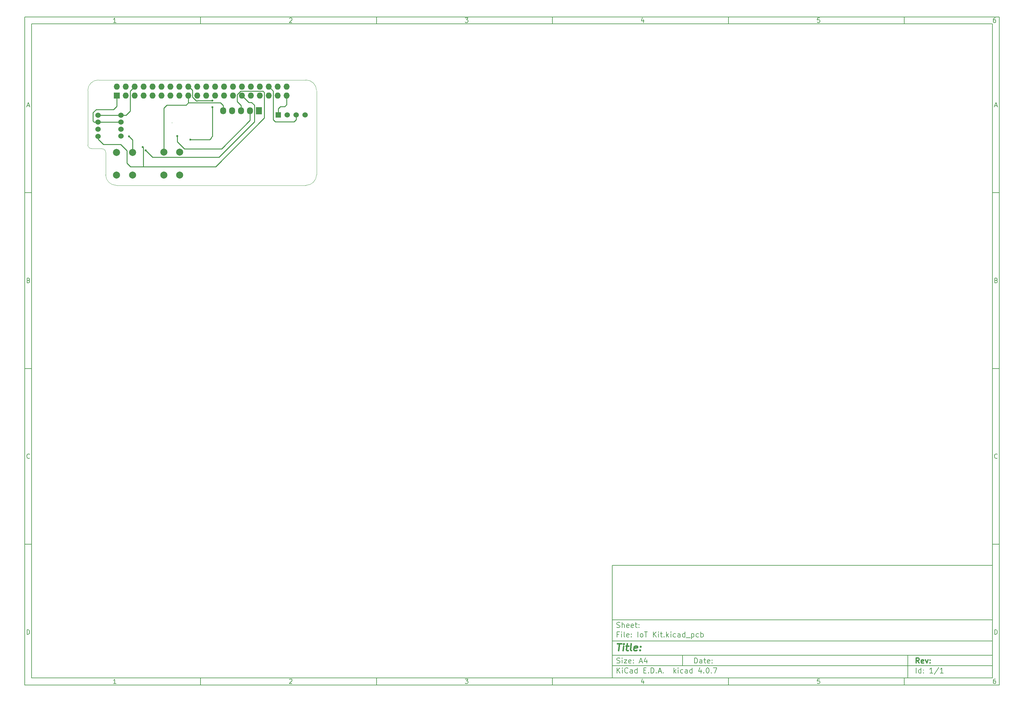
<source format=gbr>
G04 #@! TF.FileFunction,Copper,L2,Bot,Signal*
%FSLAX46Y46*%
G04 Gerber Fmt 4.6, Leading zero omitted, Abs format (unit mm)*
G04 Created by KiCad (PCBNEW 4.0.7) date Thursday 07 December 2017 'o51' 11:51:57*
%MOMM*%
%LPD*%
G01*
G04 APERTURE LIST*
%ADD10C,0.100000*%
%ADD11C,0.150000*%
%ADD12C,0.300000*%
%ADD13C,0.400000*%
%ADD14R,1.727200X2.032000*%
%ADD15O,1.727200X2.032000*%
%ADD16R,1.727200X1.727200*%
%ADD17O,1.727200X1.727200*%
%ADD18C,1.524000*%
%ADD19R,1.524000X1.524000*%
%ADD20C,2.000000*%
%ADD21C,0.600000*%
%ADD22C,0.250000*%
G04 APERTURE END LIST*
D10*
D11*
X177002200Y-166007200D02*
X177002200Y-198007200D01*
X285002200Y-198007200D01*
X285002200Y-166007200D01*
X177002200Y-166007200D01*
D10*
D11*
X10000000Y-10000000D02*
X10000000Y-200007200D01*
X287002200Y-200007200D01*
X287002200Y-10000000D01*
X10000000Y-10000000D01*
D10*
D11*
X12000000Y-12000000D02*
X12000000Y-198007200D01*
X285002200Y-198007200D01*
X285002200Y-12000000D01*
X12000000Y-12000000D01*
D10*
D11*
X60000000Y-12000000D02*
X60000000Y-10000000D01*
D10*
D11*
X110000000Y-12000000D02*
X110000000Y-10000000D01*
D10*
D11*
X160000000Y-12000000D02*
X160000000Y-10000000D01*
D10*
D11*
X210000000Y-12000000D02*
X210000000Y-10000000D01*
D10*
D11*
X260000000Y-12000000D02*
X260000000Y-10000000D01*
D10*
D11*
X35990476Y-11588095D02*
X35247619Y-11588095D01*
X35619048Y-11588095D02*
X35619048Y-10288095D01*
X35495238Y-10473810D01*
X35371429Y-10597619D01*
X35247619Y-10659524D01*
D10*
D11*
X85247619Y-10411905D02*
X85309524Y-10350000D01*
X85433333Y-10288095D01*
X85742857Y-10288095D01*
X85866667Y-10350000D01*
X85928571Y-10411905D01*
X85990476Y-10535714D01*
X85990476Y-10659524D01*
X85928571Y-10845238D01*
X85185714Y-11588095D01*
X85990476Y-11588095D01*
D10*
D11*
X135185714Y-10288095D02*
X135990476Y-10288095D01*
X135557143Y-10783333D01*
X135742857Y-10783333D01*
X135866667Y-10845238D01*
X135928571Y-10907143D01*
X135990476Y-11030952D01*
X135990476Y-11340476D01*
X135928571Y-11464286D01*
X135866667Y-11526190D01*
X135742857Y-11588095D01*
X135371429Y-11588095D01*
X135247619Y-11526190D01*
X135185714Y-11464286D01*
D10*
D11*
X185866667Y-10721429D02*
X185866667Y-11588095D01*
X185557143Y-10226190D02*
X185247619Y-11154762D01*
X186052381Y-11154762D01*
D10*
D11*
X235928571Y-10288095D02*
X235309524Y-10288095D01*
X235247619Y-10907143D01*
X235309524Y-10845238D01*
X235433333Y-10783333D01*
X235742857Y-10783333D01*
X235866667Y-10845238D01*
X235928571Y-10907143D01*
X235990476Y-11030952D01*
X235990476Y-11340476D01*
X235928571Y-11464286D01*
X235866667Y-11526190D01*
X235742857Y-11588095D01*
X235433333Y-11588095D01*
X235309524Y-11526190D01*
X235247619Y-11464286D01*
D10*
D11*
X285866667Y-10288095D02*
X285619048Y-10288095D01*
X285495238Y-10350000D01*
X285433333Y-10411905D01*
X285309524Y-10597619D01*
X285247619Y-10845238D01*
X285247619Y-11340476D01*
X285309524Y-11464286D01*
X285371429Y-11526190D01*
X285495238Y-11588095D01*
X285742857Y-11588095D01*
X285866667Y-11526190D01*
X285928571Y-11464286D01*
X285990476Y-11340476D01*
X285990476Y-11030952D01*
X285928571Y-10907143D01*
X285866667Y-10845238D01*
X285742857Y-10783333D01*
X285495238Y-10783333D01*
X285371429Y-10845238D01*
X285309524Y-10907143D01*
X285247619Y-11030952D01*
D10*
D11*
X60000000Y-198007200D02*
X60000000Y-200007200D01*
D10*
D11*
X110000000Y-198007200D02*
X110000000Y-200007200D01*
D10*
D11*
X160000000Y-198007200D02*
X160000000Y-200007200D01*
D10*
D11*
X210000000Y-198007200D02*
X210000000Y-200007200D01*
D10*
D11*
X260000000Y-198007200D02*
X260000000Y-200007200D01*
D10*
D11*
X35990476Y-199595295D02*
X35247619Y-199595295D01*
X35619048Y-199595295D02*
X35619048Y-198295295D01*
X35495238Y-198481010D01*
X35371429Y-198604819D01*
X35247619Y-198666724D01*
D10*
D11*
X85247619Y-198419105D02*
X85309524Y-198357200D01*
X85433333Y-198295295D01*
X85742857Y-198295295D01*
X85866667Y-198357200D01*
X85928571Y-198419105D01*
X85990476Y-198542914D01*
X85990476Y-198666724D01*
X85928571Y-198852438D01*
X85185714Y-199595295D01*
X85990476Y-199595295D01*
D10*
D11*
X135185714Y-198295295D02*
X135990476Y-198295295D01*
X135557143Y-198790533D01*
X135742857Y-198790533D01*
X135866667Y-198852438D01*
X135928571Y-198914343D01*
X135990476Y-199038152D01*
X135990476Y-199347676D01*
X135928571Y-199471486D01*
X135866667Y-199533390D01*
X135742857Y-199595295D01*
X135371429Y-199595295D01*
X135247619Y-199533390D01*
X135185714Y-199471486D01*
D10*
D11*
X185866667Y-198728629D02*
X185866667Y-199595295D01*
X185557143Y-198233390D02*
X185247619Y-199161962D01*
X186052381Y-199161962D01*
D10*
D11*
X235928571Y-198295295D02*
X235309524Y-198295295D01*
X235247619Y-198914343D01*
X235309524Y-198852438D01*
X235433333Y-198790533D01*
X235742857Y-198790533D01*
X235866667Y-198852438D01*
X235928571Y-198914343D01*
X235990476Y-199038152D01*
X235990476Y-199347676D01*
X235928571Y-199471486D01*
X235866667Y-199533390D01*
X235742857Y-199595295D01*
X235433333Y-199595295D01*
X235309524Y-199533390D01*
X235247619Y-199471486D01*
D10*
D11*
X285866667Y-198295295D02*
X285619048Y-198295295D01*
X285495238Y-198357200D01*
X285433333Y-198419105D01*
X285309524Y-198604819D01*
X285247619Y-198852438D01*
X285247619Y-199347676D01*
X285309524Y-199471486D01*
X285371429Y-199533390D01*
X285495238Y-199595295D01*
X285742857Y-199595295D01*
X285866667Y-199533390D01*
X285928571Y-199471486D01*
X285990476Y-199347676D01*
X285990476Y-199038152D01*
X285928571Y-198914343D01*
X285866667Y-198852438D01*
X285742857Y-198790533D01*
X285495238Y-198790533D01*
X285371429Y-198852438D01*
X285309524Y-198914343D01*
X285247619Y-199038152D01*
D10*
D11*
X10000000Y-60000000D02*
X12000000Y-60000000D01*
D10*
D11*
X10000000Y-110000000D02*
X12000000Y-110000000D01*
D10*
D11*
X10000000Y-160000000D02*
X12000000Y-160000000D01*
D10*
D11*
X10690476Y-35216667D02*
X11309524Y-35216667D01*
X10566667Y-35588095D02*
X11000000Y-34288095D01*
X11433333Y-35588095D01*
D10*
D11*
X11092857Y-84907143D02*
X11278571Y-84969048D01*
X11340476Y-85030952D01*
X11402381Y-85154762D01*
X11402381Y-85340476D01*
X11340476Y-85464286D01*
X11278571Y-85526190D01*
X11154762Y-85588095D01*
X10659524Y-85588095D01*
X10659524Y-84288095D01*
X11092857Y-84288095D01*
X11216667Y-84350000D01*
X11278571Y-84411905D01*
X11340476Y-84535714D01*
X11340476Y-84659524D01*
X11278571Y-84783333D01*
X11216667Y-84845238D01*
X11092857Y-84907143D01*
X10659524Y-84907143D01*
D10*
D11*
X11402381Y-135464286D02*
X11340476Y-135526190D01*
X11154762Y-135588095D01*
X11030952Y-135588095D01*
X10845238Y-135526190D01*
X10721429Y-135402381D01*
X10659524Y-135278571D01*
X10597619Y-135030952D01*
X10597619Y-134845238D01*
X10659524Y-134597619D01*
X10721429Y-134473810D01*
X10845238Y-134350000D01*
X11030952Y-134288095D01*
X11154762Y-134288095D01*
X11340476Y-134350000D01*
X11402381Y-134411905D01*
D10*
D11*
X10659524Y-185588095D02*
X10659524Y-184288095D01*
X10969048Y-184288095D01*
X11154762Y-184350000D01*
X11278571Y-184473810D01*
X11340476Y-184597619D01*
X11402381Y-184845238D01*
X11402381Y-185030952D01*
X11340476Y-185278571D01*
X11278571Y-185402381D01*
X11154762Y-185526190D01*
X10969048Y-185588095D01*
X10659524Y-185588095D01*
D10*
D11*
X287002200Y-60000000D02*
X285002200Y-60000000D01*
D10*
D11*
X287002200Y-110000000D02*
X285002200Y-110000000D01*
D10*
D11*
X287002200Y-160000000D02*
X285002200Y-160000000D01*
D10*
D11*
X285692676Y-35216667D02*
X286311724Y-35216667D01*
X285568867Y-35588095D02*
X286002200Y-34288095D01*
X286435533Y-35588095D01*
D10*
D11*
X286095057Y-84907143D02*
X286280771Y-84969048D01*
X286342676Y-85030952D01*
X286404581Y-85154762D01*
X286404581Y-85340476D01*
X286342676Y-85464286D01*
X286280771Y-85526190D01*
X286156962Y-85588095D01*
X285661724Y-85588095D01*
X285661724Y-84288095D01*
X286095057Y-84288095D01*
X286218867Y-84350000D01*
X286280771Y-84411905D01*
X286342676Y-84535714D01*
X286342676Y-84659524D01*
X286280771Y-84783333D01*
X286218867Y-84845238D01*
X286095057Y-84907143D01*
X285661724Y-84907143D01*
D10*
D11*
X286404581Y-135464286D02*
X286342676Y-135526190D01*
X286156962Y-135588095D01*
X286033152Y-135588095D01*
X285847438Y-135526190D01*
X285723629Y-135402381D01*
X285661724Y-135278571D01*
X285599819Y-135030952D01*
X285599819Y-134845238D01*
X285661724Y-134597619D01*
X285723629Y-134473810D01*
X285847438Y-134350000D01*
X286033152Y-134288095D01*
X286156962Y-134288095D01*
X286342676Y-134350000D01*
X286404581Y-134411905D01*
D10*
D11*
X285661724Y-185588095D02*
X285661724Y-184288095D01*
X285971248Y-184288095D01*
X286156962Y-184350000D01*
X286280771Y-184473810D01*
X286342676Y-184597619D01*
X286404581Y-184845238D01*
X286404581Y-185030952D01*
X286342676Y-185278571D01*
X286280771Y-185402381D01*
X286156962Y-185526190D01*
X285971248Y-185588095D01*
X285661724Y-185588095D01*
D10*
D11*
X200359343Y-193785771D02*
X200359343Y-192285771D01*
X200716486Y-192285771D01*
X200930771Y-192357200D01*
X201073629Y-192500057D01*
X201145057Y-192642914D01*
X201216486Y-192928629D01*
X201216486Y-193142914D01*
X201145057Y-193428629D01*
X201073629Y-193571486D01*
X200930771Y-193714343D01*
X200716486Y-193785771D01*
X200359343Y-193785771D01*
X202502200Y-193785771D02*
X202502200Y-193000057D01*
X202430771Y-192857200D01*
X202287914Y-192785771D01*
X202002200Y-192785771D01*
X201859343Y-192857200D01*
X202502200Y-193714343D02*
X202359343Y-193785771D01*
X202002200Y-193785771D01*
X201859343Y-193714343D01*
X201787914Y-193571486D01*
X201787914Y-193428629D01*
X201859343Y-193285771D01*
X202002200Y-193214343D01*
X202359343Y-193214343D01*
X202502200Y-193142914D01*
X203002200Y-192785771D02*
X203573629Y-192785771D01*
X203216486Y-192285771D02*
X203216486Y-193571486D01*
X203287914Y-193714343D01*
X203430772Y-193785771D01*
X203573629Y-193785771D01*
X204645057Y-193714343D02*
X204502200Y-193785771D01*
X204216486Y-193785771D01*
X204073629Y-193714343D01*
X204002200Y-193571486D01*
X204002200Y-193000057D01*
X204073629Y-192857200D01*
X204216486Y-192785771D01*
X204502200Y-192785771D01*
X204645057Y-192857200D01*
X204716486Y-193000057D01*
X204716486Y-193142914D01*
X204002200Y-193285771D01*
X205359343Y-193642914D02*
X205430771Y-193714343D01*
X205359343Y-193785771D01*
X205287914Y-193714343D01*
X205359343Y-193642914D01*
X205359343Y-193785771D01*
X205359343Y-192857200D02*
X205430771Y-192928629D01*
X205359343Y-193000057D01*
X205287914Y-192928629D01*
X205359343Y-192857200D01*
X205359343Y-193000057D01*
D10*
D11*
X177002200Y-194507200D02*
X285002200Y-194507200D01*
D10*
D11*
X178359343Y-196585771D02*
X178359343Y-195085771D01*
X179216486Y-196585771D02*
X178573629Y-195728629D01*
X179216486Y-195085771D02*
X178359343Y-195942914D01*
X179859343Y-196585771D02*
X179859343Y-195585771D01*
X179859343Y-195085771D02*
X179787914Y-195157200D01*
X179859343Y-195228629D01*
X179930771Y-195157200D01*
X179859343Y-195085771D01*
X179859343Y-195228629D01*
X181430772Y-196442914D02*
X181359343Y-196514343D01*
X181145057Y-196585771D01*
X181002200Y-196585771D01*
X180787915Y-196514343D01*
X180645057Y-196371486D01*
X180573629Y-196228629D01*
X180502200Y-195942914D01*
X180502200Y-195728629D01*
X180573629Y-195442914D01*
X180645057Y-195300057D01*
X180787915Y-195157200D01*
X181002200Y-195085771D01*
X181145057Y-195085771D01*
X181359343Y-195157200D01*
X181430772Y-195228629D01*
X182716486Y-196585771D02*
X182716486Y-195800057D01*
X182645057Y-195657200D01*
X182502200Y-195585771D01*
X182216486Y-195585771D01*
X182073629Y-195657200D01*
X182716486Y-196514343D02*
X182573629Y-196585771D01*
X182216486Y-196585771D01*
X182073629Y-196514343D01*
X182002200Y-196371486D01*
X182002200Y-196228629D01*
X182073629Y-196085771D01*
X182216486Y-196014343D01*
X182573629Y-196014343D01*
X182716486Y-195942914D01*
X184073629Y-196585771D02*
X184073629Y-195085771D01*
X184073629Y-196514343D02*
X183930772Y-196585771D01*
X183645058Y-196585771D01*
X183502200Y-196514343D01*
X183430772Y-196442914D01*
X183359343Y-196300057D01*
X183359343Y-195871486D01*
X183430772Y-195728629D01*
X183502200Y-195657200D01*
X183645058Y-195585771D01*
X183930772Y-195585771D01*
X184073629Y-195657200D01*
X185930772Y-195800057D02*
X186430772Y-195800057D01*
X186645058Y-196585771D02*
X185930772Y-196585771D01*
X185930772Y-195085771D01*
X186645058Y-195085771D01*
X187287915Y-196442914D02*
X187359343Y-196514343D01*
X187287915Y-196585771D01*
X187216486Y-196514343D01*
X187287915Y-196442914D01*
X187287915Y-196585771D01*
X188002201Y-196585771D02*
X188002201Y-195085771D01*
X188359344Y-195085771D01*
X188573629Y-195157200D01*
X188716487Y-195300057D01*
X188787915Y-195442914D01*
X188859344Y-195728629D01*
X188859344Y-195942914D01*
X188787915Y-196228629D01*
X188716487Y-196371486D01*
X188573629Y-196514343D01*
X188359344Y-196585771D01*
X188002201Y-196585771D01*
X189502201Y-196442914D02*
X189573629Y-196514343D01*
X189502201Y-196585771D01*
X189430772Y-196514343D01*
X189502201Y-196442914D01*
X189502201Y-196585771D01*
X190145058Y-196157200D02*
X190859344Y-196157200D01*
X190002201Y-196585771D02*
X190502201Y-195085771D01*
X191002201Y-196585771D01*
X191502201Y-196442914D02*
X191573629Y-196514343D01*
X191502201Y-196585771D01*
X191430772Y-196514343D01*
X191502201Y-196442914D01*
X191502201Y-196585771D01*
X194502201Y-196585771D02*
X194502201Y-195085771D01*
X194645058Y-196014343D02*
X195073629Y-196585771D01*
X195073629Y-195585771D02*
X194502201Y-196157200D01*
X195716487Y-196585771D02*
X195716487Y-195585771D01*
X195716487Y-195085771D02*
X195645058Y-195157200D01*
X195716487Y-195228629D01*
X195787915Y-195157200D01*
X195716487Y-195085771D01*
X195716487Y-195228629D01*
X197073630Y-196514343D02*
X196930773Y-196585771D01*
X196645059Y-196585771D01*
X196502201Y-196514343D01*
X196430773Y-196442914D01*
X196359344Y-196300057D01*
X196359344Y-195871486D01*
X196430773Y-195728629D01*
X196502201Y-195657200D01*
X196645059Y-195585771D01*
X196930773Y-195585771D01*
X197073630Y-195657200D01*
X198359344Y-196585771D02*
X198359344Y-195800057D01*
X198287915Y-195657200D01*
X198145058Y-195585771D01*
X197859344Y-195585771D01*
X197716487Y-195657200D01*
X198359344Y-196514343D02*
X198216487Y-196585771D01*
X197859344Y-196585771D01*
X197716487Y-196514343D01*
X197645058Y-196371486D01*
X197645058Y-196228629D01*
X197716487Y-196085771D01*
X197859344Y-196014343D01*
X198216487Y-196014343D01*
X198359344Y-195942914D01*
X199716487Y-196585771D02*
X199716487Y-195085771D01*
X199716487Y-196514343D02*
X199573630Y-196585771D01*
X199287916Y-196585771D01*
X199145058Y-196514343D01*
X199073630Y-196442914D01*
X199002201Y-196300057D01*
X199002201Y-195871486D01*
X199073630Y-195728629D01*
X199145058Y-195657200D01*
X199287916Y-195585771D01*
X199573630Y-195585771D01*
X199716487Y-195657200D01*
X202216487Y-195585771D02*
X202216487Y-196585771D01*
X201859344Y-195014343D02*
X201502201Y-196085771D01*
X202430773Y-196085771D01*
X203002201Y-196442914D02*
X203073629Y-196514343D01*
X203002201Y-196585771D01*
X202930772Y-196514343D01*
X203002201Y-196442914D01*
X203002201Y-196585771D01*
X204002201Y-195085771D02*
X204145058Y-195085771D01*
X204287915Y-195157200D01*
X204359344Y-195228629D01*
X204430773Y-195371486D01*
X204502201Y-195657200D01*
X204502201Y-196014343D01*
X204430773Y-196300057D01*
X204359344Y-196442914D01*
X204287915Y-196514343D01*
X204145058Y-196585771D01*
X204002201Y-196585771D01*
X203859344Y-196514343D01*
X203787915Y-196442914D01*
X203716487Y-196300057D01*
X203645058Y-196014343D01*
X203645058Y-195657200D01*
X203716487Y-195371486D01*
X203787915Y-195228629D01*
X203859344Y-195157200D01*
X204002201Y-195085771D01*
X205145058Y-196442914D02*
X205216486Y-196514343D01*
X205145058Y-196585771D01*
X205073629Y-196514343D01*
X205145058Y-196442914D01*
X205145058Y-196585771D01*
X205716487Y-195085771D02*
X206716487Y-195085771D01*
X206073630Y-196585771D01*
D10*
D11*
X177002200Y-191507200D02*
X285002200Y-191507200D01*
D10*
D12*
X264216486Y-193785771D02*
X263716486Y-193071486D01*
X263359343Y-193785771D02*
X263359343Y-192285771D01*
X263930771Y-192285771D01*
X264073629Y-192357200D01*
X264145057Y-192428629D01*
X264216486Y-192571486D01*
X264216486Y-192785771D01*
X264145057Y-192928629D01*
X264073629Y-193000057D01*
X263930771Y-193071486D01*
X263359343Y-193071486D01*
X265430771Y-193714343D02*
X265287914Y-193785771D01*
X265002200Y-193785771D01*
X264859343Y-193714343D01*
X264787914Y-193571486D01*
X264787914Y-193000057D01*
X264859343Y-192857200D01*
X265002200Y-192785771D01*
X265287914Y-192785771D01*
X265430771Y-192857200D01*
X265502200Y-193000057D01*
X265502200Y-193142914D01*
X264787914Y-193285771D01*
X266002200Y-192785771D02*
X266359343Y-193785771D01*
X266716485Y-192785771D01*
X267287914Y-193642914D02*
X267359342Y-193714343D01*
X267287914Y-193785771D01*
X267216485Y-193714343D01*
X267287914Y-193642914D01*
X267287914Y-193785771D01*
X267287914Y-192857200D02*
X267359342Y-192928629D01*
X267287914Y-193000057D01*
X267216485Y-192928629D01*
X267287914Y-192857200D01*
X267287914Y-193000057D01*
D10*
D11*
X178287914Y-193714343D02*
X178502200Y-193785771D01*
X178859343Y-193785771D01*
X179002200Y-193714343D01*
X179073629Y-193642914D01*
X179145057Y-193500057D01*
X179145057Y-193357200D01*
X179073629Y-193214343D01*
X179002200Y-193142914D01*
X178859343Y-193071486D01*
X178573629Y-193000057D01*
X178430771Y-192928629D01*
X178359343Y-192857200D01*
X178287914Y-192714343D01*
X178287914Y-192571486D01*
X178359343Y-192428629D01*
X178430771Y-192357200D01*
X178573629Y-192285771D01*
X178930771Y-192285771D01*
X179145057Y-192357200D01*
X179787914Y-193785771D02*
X179787914Y-192785771D01*
X179787914Y-192285771D02*
X179716485Y-192357200D01*
X179787914Y-192428629D01*
X179859342Y-192357200D01*
X179787914Y-192285771D01*
X179787914Y-192428629D01*
X180359343Y-192785771D02*
X181145057Y-192785771D01*
X180359343Y-193785771D01*
X181145057Y-193785771D01*
X182287914Y-193714343D02*
X182145057Y-193785771D01*
X181859343Y-193785771D01*
X181716486Y-193714343D01*
X181645057Y-193571486D01*
X181645057Y-193000057D01*
X181716486Y-192857200D01*
X181859343Y-192785771D01*
X182145057Y-192785771D01*
X182287914Y-192857200D01*
X182359343Y-193000057D01*
X182359343Y-193142914D01*
X181645057Y-193285771D01*
X183002200Y-193642914D02*
X183073628Y-193714343D01*
X183002200Y-193785771D01*
X182930771Y-193714343D01*
X183002200Y-193642914D01*
X183002200Y-193785771D01*
X183002200Y-192857200D02*
X183073628Y-192928629D01*
X183002200Y-193000057D01*
X182930771Y-192928629D01*
X183002200Y-192857200D01*
X183002200Y-193000057D01*
X184787914Y-193357200D02*
X185502200Y-193357200D01*
X184645057Y-193785771D02*
X185145057Y-192285771D01*
X185645057Y-193785771D01*
X186787914Y-192785771D02*
X186787914Y-193785771D01*
X186430771Y-192214343D02*
X186073628Y-193285771D01*
X187002200Y-193285771D01*
D10*
D11*
X263359343Y-196585771D02*
X263359343Y-195085771D01*
X264716486Y-196585771D02*
X264716486Y-195085771D01*
X264716486Y-196514343D02*
X264573629Y-196585771D01*
X264287915Y-196585771D01*
X264145057Y-196514343D01*
X264073629Y-196442914D01*
X264002200Y-196300057D01*
X264002200Y-195871486D01*
X264073629Y-195728629D01*
X264145057Y-195657200D01*
X264287915Y-195585771D01*
X264573629Y-195585771D01*
X264716486Y-195657200D01*
X265430772Y-196442914D02*
X265502200Y-196514343D01*
X265430772Y-196585771D01*
X265359343Y-196514343D01*
X265430772Y-196442914D01*
X265430772Y-196585771D01*
X265430772Y-195657200D02*
X265502200Y-195728629D01*
X265430772Y-195800057D01*
X265359343Y-195728629D01*
X265430772Y-195657200D01*
X265430772Y-195800057D01*
X268073629Y-196585771D02*
X267216486Y-196585771D01*
X267645058Y-196585771D02*
X267645058Y-195085771D01*
X267502201Y-195300057D01*
X267359343Y-195442914D01*
X267216486Y-195514343D01*
X269787914Y-195014343D02*
X268502200Y-196942914D01*
X271073629Y-196585771D02*
X270216486Y-196585771D01*
X270645058Y-196585771D02*
X270645058Y-195085771D01*
X270502201Y-195300057D01*
X270359343Y-195442914D01*
X270216486Y-195514343D01*
D10*
D11*
X177002200Y-187507200D02*
X285002200Y-187507200D01*
D10*
D13*
X178454581Y-188211962D02*
X179597438Y-188211962D01*
X178776010Y-190211962D02*
X179026010Y-188211962D01*
X180014105Y-190211962D02*
X180180771Y-188878629D01*
X180264105Y-188211962D02*
X180156962Y-188307200D01*
X180240295Y-188402438D01*
X180347439Y-188307200D01*
X180264105Y-188211962D01*
X180240295Y-188402438D01*
X180847438Y-188878629D02*
X181609343Y-188878629D01*
X181216486Y-188211962D02*
X181002200Y-189926248D01*
X181073630Y-190116724D01*
X181252201Y-190211962D01*
X181442677Y-190211962D01*
X182395058Y-190211962D02*
X182216487Y-190116724D01*
X182145057Y-189926248D01*
X182359343Y-188211962D01*
X183930772Y-190116724D02*
X183728391Y-190211962D01*
X183347439Y-190211962D01*
X183168867Y-190116724D01*
X183097438Y-189926248D01*
X183192676Y-189164343D01*
X183311724Y-188973867D01*
X183514105Y-188878629D01*
X183895057Y-188878629D01*
X184073629Y-188973867D01*
X184145057Y-189164343D01*
X184121248Y-189354819D01*
X183145057Y-189545295D01*
X184895057Y-190021486D02*
X184978392Y-190116724D01*
X184871248Y-190211962D01*
X184787915Y-190116724D01*
X184895057Y-190021486D01*
X184871248Y-190211962D01*
X185026010Y-188973867D02*
X185109344Y-189069105D01*
X185002200Y-189164343D01*
X184918867Y-189069105D01*
X185026010Y-188973867D01*
X185002200Y-189164343D01*
D10*
D11*
X178859343Y-185600057D02*
X178359343Y-185600057D01*
X178359343Y-186385771D02*
X178359343Y-184885771D01*
X179073629Y-184885771D01*
X179645057Y-186385771D02*
X179645057Y-185385771D01*
X179645057Y-184885771D02*
X179573628Y-184957200D01*
X179645057Y-185028629D01*
X179716485Y-184957200D01*
X179645057Y-184885771D01*
X179645057Y-185028629D01*
X180573629Y-186385771D02*
X180430771Y-186314343D01*
X180359343Y-186171486D01*
X180359343Y-184885771D01*
X181716485Y-186314343D02*
X181573628Y-186385771D01*
X181287914Y-186385771D01*
X181145057Y-186314343D01*
X181073628Y-186171486D01*
X181073628Y-185600057D01*
X181145057Y-185457200D01*
X181287914Y-185385771D01*
X181573628Y-185385771D01*
X181716485Y-185457200D01*
X181787914Y-185600057D01*
X181787914Y-185742914D01*
X181073628Y-185885771D01*
X182430771Y-186242914D02*
X182502199Y-186314343D01*
X182430771Y-186385771D01*
X182359342Y-186314343D01*
X182430771Y-186242914D01*
X182430771Y-186385771D01*
X182430771Y-185457200D02*
X182502199Y-185528629D01*
X182430771Y-185600057D01*
X182359342Y-185528629D01*
X182430771Y-185457200D01*
X182430771Y-185600057D01*
X184287914Y-186385771D02*
X184287914Y-184885771D01*
X185216486Y-186385771D02*
X185073628Y-186314343D01*
X185002200Y-186242914D01*
X184930771Y-186100057D01*
X184930771Y-185671486D01*
X185002200Y-185528629D01*
X185073628Y-185457200D01*
X185216486Y-185385771D01*
X185430771Y-185385771D01*
X185573628Y-185457200D01*
X185645057Y-185528629D01*
X185716486Y-185671486D01*
X185716486Y-186100057D01*
X185645057Y-186242914D01*
X185573628Y-186314343D01*
X185430771Y-186385771D01*
X185216486Y-186385771D01*
X186145057Y-184885771D02*
X187002200Y-184885771D01*
X186573629Y-186385771D02*
X186573629Y-184885771D01*
X188645057Y-186385771D02*
X188645057Y-184885771D01*
X189502200Y-186385771D02*
X188859343Y-185528629D01*
X189502200Y-184885771D02*
X188645057Y-185742914D01*
X190145057Y-186385771D02*
X190145057Y-185385771D01*
X190145057Y-184885771D02*
X190073628Y-184957200D01*
X190145057Y-185028629D01*
X190216485Y-184957200D01*
X190145057Y-184885771D01*
X190145057Y-185028629D01*
X190645057Y-185385771D02*
X191216486Y-185385771D01*
X190859343Y-184885771D02*
X190859343Y-186171486D01*
X190930771Y-186314343D01*
X191073629Y-186385771D01*
X191216486Y-186385771D01*
X191716486Y-186242914D02*
X191787914Y-186314343D01*
X191716486Y-186385771D01*
X191645057Y-186314343D01*
X191716486Y-186242914D01*
X191716486Y-186385771D01*
X192430772Y-186385771D02*
X192430772Y-184885771D01*
X192573629Y-185814343D02*
X193002200Y-186385771D01*
X193002200Y-185385771D02*
X192430772Y-185957200D01*
X193645058Y-186385771D02*
X193645058Y-185385771D01*
X193645058Y-184885771D02*
X193573629Y-184957200D01*
X193645058Y-185028629D01*
X193716486Y-184957200D01*
X193645058Y-184885771D01*
X193645058Y-185028629D01*
X195002201Y-186314343D02*
X194859344Y-186385771D01*
X194573630Y-186385771D01*
X194430772Y-186314343D01*
X194359344Y-186242914D01*
X194287915Y-186100057D01*
X194287915Y-185671486D01*
X194359344Y-185528629D01*
X194430772Y-185457200D01*
X194573630Y-185385771D01*
X194859344Y-185385771D01*
X195002201Y-185457200D01*
X196287915Y-186385771D02*
X196287915Y-185600057D01*
X196216486Y-185457200D01*
X196073629Y-185385771D01*
X195787915Y-185385771D01*
X195645058Y-185457200D01*
X196287915Y-186314343D02*
X196145058Y-186385771D01*
X195787915Y-186385771D01*
X195645058Y-186314343D01*
X195573629Y-186171486D01*
X195573629Y-186028629D01*
X195645058Y-185885771D01*
X195787915Y-185814343D01*
X196145058Y-185814343D01*
X196287915Y-185742914D01*
X197645058Y-186385771D02*
X197645058Y-184885771D01*
X197645058Y-186314343D02*
X197502201Y-186385771D01*
X197216487Y-186385771D01*
X197073629Y-186314343D01*
X197002201Y-186242914D01*
X196930772Y-186100057D01*
X196930772Y-185671486D01*
X197002201Y-185528629D01*
X197073629Y-185457200D01*
X197216487Y-185385771D01*
X197502201Y-185385771D01*
X197645058Y-185457200D01*
X198002201Y-186528629D02*
X199145058Y-186528629D01*
X199502201Y-185385771D02*
X199502201Y-186885771D01*
X199502201Y-185457200D02*
X199645058Y-185385771D01*
X199930772Y-185385771D01*
X200073629Y-185457200D01*
X200145058Y-185528629D01*
X200216487Y-185671486D01*
X200216487Y-186100057D01*
X200145058Y-186242914D01*
X200073629Y-186314343D01*
X199930772Y-186385771D01*
X199645058Y-186385771D01*
X199502201Y-186314343D01*
X201502201Y-186314343D02*
X201359344Y-186385771D01*
X201073630Y-186385771D01*
X200930772Y-186314343D01*
X200859344Y-186242914D01*
X200787915Y-186100057D01*
X200787915Y-185671486D01*
X200859344Y-185528629D01*
X200930772Y-185457200D01*
X201073630Y-185385771D01*
X201359344Y-185385771D01*
X201502201Y-185457200D01*
X202145058Y-186385771D02*
X202145058Y-184885771D01*
X202145058Y-185457200D02*
X202287915Y-185385771D01*
X202573629Y-185385771D01*
X202716486Y-185457200D01*
X202787915Y-185528629D01*
X202859344Y-185671486D01*
X202859344Y-186100057D01*
X202787915Y-186242914D01*
X202716486Y-186314343D01*
X202573629Y-186385771D01*
X202287915Y-186385771D01*
X202145058Y-186314343D01*
D10*
D11*
X177002200Y-181507200D02*
X285002200Y-181507200D01*
D10*
D11*
X178287914Y-183614343D02*
X178502200Y-183685771D01*
X178859343Y-183685771D01*
X179002200Y-183614343D01*
X179073629Y-183542914D01*
X179145057Y-183400057D01*
X179145057Y-183257200D01*
X179073629Y-183114343D01*
X179002200Y-183042914D01*
X178859343Y-182971486D01*
X178573629Y-182900057D01*
X178430771Y-182828629D01*
X178359343Y-182757200D01*
X178287914Y-182614343D01*
X178287914Y-182471486D01*
X178359343Y-182328629D01*
X178430771Y-182257200D01*
X178573629Y-182185771D01*
X178930771Y-182185771D01*
X179145057Y-182257200D01*
X179787914Y-183685771D02*
X179787914Y-182185771D01*
X180430771Y-183685771D02*
X180430771Y-182900057D01*
X180359342Y-182757200D01*
X180216485Y-182685771D01*
X180002200Y-182685771D01*
X179859342Y-182757200D01*
X179787914Y-182828629D01*
X181716485Y-183614343D02*
X181573628Y-183685771D01*
X181287914Y-183685771D01*
X181145057Y-183614343D01*
X181073628Y-183471486D01*
X181073628Y-182900057D01*
X181145057Y-182757200D01*
X181287914Y-182685771D01*
X181573628Y-182685771D01*
X181716485Y-182757200D01*
X181787914Y-182900057D01*
X181787914Y-183042914D01*
X181073628Y-183185771D01*
X183002199Y-183614343D02*
X182859342Y-183685771D01*
X182573628Y-183685771D01*
X182430771Y-183614343D01*
X182359342Y-183471486D01*
X182359342Y-182900057D01*
X182430771Y-182757200D01*
X182573628Y-182685771D01*
X182859342Y-182685771D01*
X183002199Y-182757200D01*
X183073628Y-182900057D01*
X183073628Y-183042914D01*
X182359342Y-183185771D01*
X183502199Y-182685771D02*
X184073628Y-182685771D01*
X183716485Y-182185771D02*
X183716485Y-183471486D01*
X183787913Y-183614343D01*
X183930771Y-183685771D01*
X184073628Y-183685771D01*
X184573628Y-183542914D02*
X184645056Y-183614343D01*
X184573628Y-183685771D01*
X184502199Y-183614343D01*
X184573628Y-183542914D01*
X184573628Y-183685771D01*
X184573628Y-182757200D02*
X184645056Y-182828629D01*
X184573628Y-182900057D01*
X184502199Y-182828629D01*
X184573628Y-182757200D01*
X184573628Y-182900057D01*
D10*
D11*
X197002200Y-191507200D02*
X197002200Y-194507200D01*
D10*
D11*
X261002200Y-191507200D02*
X261002200Y-198007200D01*
D10*
X92964000Y-30988000D02*
X92964000Y-54864000D01*
X92940000Y-30932000D02*
G75*
G03X89940000Y-27932000I-3000000J0D01*
G01*
X89940000Y-57897000D02*
G75*
G03X92940000Y-54897000I0J3000000D01*
G01*
X36068000Y-57912000D02*
X89916000Y-57912000D01*
X33020000Y-48514000D02*
G75*
G03X32004000Y-47498000I-1016000J0D01*
G01*
X33020000Y-54991000D02*
X33020000Y-48514000D01*
X27940000Y-30962600D02*
X27940000Y-46456600D01*
X30940000Y-27932000D02*
X89940000Y-27932000D01*
X30940000Y-27932000D02*
G75*
G03X27940000Y-30932000I0J-3000000D01*
G01*
X27940000Y-46432000D02*
G75*
G03X28940000Y-47432000I1000000J0D01*
G01*
X33020000Y-54897000D02*
G75*
G03X36020000Y-57897000I3000000J0D01*
G01*
X28940000Y-47432000D02*
X31940000Y-47432000D01*
D14*
X76581000Y-36703000D03*
D15*
X74041000Y-36703000D03*
X71501000Y-36703000D03*
X68961000Y-36703000D03*
X66421000Y-36703000D03*
D16*
X36195000Y-32385000D03*
D17*
X36195000Y-29845000D03*
X38735000Y-32385000D03*
X38735000Y-29845000D03*
X41275000Y-32385000D03*
X41275000Y-29845000D03*
X43815000Y-32385000D03*
X43815000Y-29845000D03*
X46355000Y-32385000D03*
X46355000Y-29845000D03*
X48895000Y-32385000D03*
X48895000Y-29845000D03*
X51435000Y-32385000D03*
X51435000Y-29845000D03*
X53975000Y-32385000D03*
X53975000Y-29845000D03*
X56515000Y-32385000D03*
X56515000Y-29845000D03*
X59055000Y-32385000D03*
X59055000Y-29845000D03*
X61595000Y-32385000D03*
X61595000Y-29845000D03*
X64135000Y-32385000D03*
X64135000Y-29845000D03*
X66675000Y-32385000D03*
X66675000Y-29845000D03*
X69215000Y-32385000D03*
X69215000Y-29845000D03*
X71755000Y-32385000D03*
X71755000Y-29845000D03*
X74295000Y-32385000D03*
X74295000Y-29845000D03*
X76835000Y-32385000D03*
X76835000Y-29845000D03*
X79375000Y-32385000D03*
X79375000Y-29845000D03*
X81915000Y-32385000D03*
X81915000Y-29845000D03*
X84455000Y-32385000D03*
X84455000Y-29845000D03*
D18*
X30886400Y-43942000D03*
X30886400Y-41942000D03*
X30886400Y-39942000D03*
X30886400Y-37942000D03*
D19*
X82042000Y-37846000D03*
D18*
X84582000Y-37846000D03*
X87122000Y-37846000D03*
X89662000Y-37846000D03*
D20*
X36140000Y-48514000D03*
X40640000Y-48514000D03*
X36140000Y-55014000D03*
X40640000Y-55014000D03*
X54030000Y-54991000D03*
X49530000Y-54991000D03*
X54030000Y-48491000D03*
X49530000Y-48491000D03*
D18*
X37338000Y-43916600D03*
X37338000Y-41916600D03*
X37338000Y-39916600D03*
X37338000Y-37916600D03*
D21*
X44386500Y-47942500D03*
X39687500Y-44005500D03*
X43561000Y-46990000D03*
X53340000Y-43878500D03*
X63373000Y-33807400D03*
X63398400Y-35661600D03*
X57099200Y-44881800D03*
D10*
X51841400Y-40157400D02*
X51841400Y-40055800D01*
X51841400Y-40055800D02*
X51866800Y-40030400D01*
D22*
X44386500Y-47942500D02*
X46355000Y-49911000D01*
X73660000Y-34290000D02*
X71755000Y-32385000D01*
X74485500Y-34290000D02*
X73660000Y-34290000D01*
X75311000Y-35115500D02*
X74485500Y-34290000D01*
X75311000Y-39814500D02*
X75311000Y-35115500D01*
X65214500Y-49911000D02*
X75311000Y-39814500D01*
X46355000Y-49911000D02*
X65214500Y-49911000D01*
X66421000Y-36703000D02*
X66421000Y-35179000D01*
X65633600Y-34417000D02*
X56515000Y-34417000D01*
X66116200Y-34899600D02*
X65633600Y-34417000D01*
D10*
X66141600Y-34899600D02*
X66116200Y-34899600D01*
D22*
X66421000Y-35179000D02*
X66141600Y-34899600D01*
X36195000Y-35382200D02*
X36195000Y-32385000D01*
X35255200Y-36322000D02*
X36195000Y-35382200D01*
X30353000Y-36322000D02*
X35255200Y-36322000D01*
X29438600Y-37236400D02*
X30353000Y-36322000D01*
X29438600Y-39624000D02*
X29438600Y-37236400D01*
X29756600Y-39942000D02*
X29438600Y-39624000D01*
X30886400Y-39942000D02*
X29756600Y-39942000D01*
D10*
X37338000Y-39916600D02*
X38010600Y-39916600D01*
D22*
X30886400Y-39942000D02*
X37312600Y-39942000D01*
D10*
X37312600Y-39942000D02*
X37338000Y-39916600D01*
D22*
X40640000Y-44958000D02*
X40640000Y-48514000D01*
X49530000Y-48491000D02*
X49530000Y-35941000D01*
X49530000Y-35941000D02*
X50419000Y-35052000D01*
X39687500Y-44005500D02*
X40640000Y-44958000D01*
X50419000Y-35052000D02*
X55880000Y-35052000D01*
X55880000Y-35052000D02*
X56515000Y-34417000D01*
X56515000Y-34417000D02*
X56515000Y-32385000D01*
D10*
X56515000Y-32385000D02*
X56705500Y-32385000D01*
D22*
X87122000Y-37846000D02*
X87122000Y-39268400D01*
X87122000Y-39268400D02*
X86563200Y-39827200D01*
X86563200Y-39827200D02*
X81254600Y-39827200D01*
X81254600Y-39827200D02*
X80645000Y-39217600D01*
X80645000Y-31064200D02*
X79476600Y-29845000D01*
X80645000Y-39217600D02*
X80645000Y-31064200D01*
D10*
X79476600Y-29845000D02*
X79375000Y-29845000D01*
D22*
X30886400Y-43942000D02*
X30886400Y-44729400D01*
X40055800Y-52578000D02*
X43688000Y-52578000D01*
X39065200Y-51587400D02*
X40055800Y-52578000D01*
X39065200Y-48031400D02*
X39065200Y-51587400D01*
X37287200Y-46253400D02*
X39065200Y-48031400D01*
X32410400Y-46253400D02*
X37287200Y-46253400D01*
X30886400Y-44729400D02*
X32410400Y-46253400D01*
X43561000Y-46990000D02*
X43688000Y-47117000D01*
X43688000Y-47117000D02*
X43688000Y-52578000D01*
X71501000Y-35179000D02*
X71501000Y-36703000D01*
X43688000Y-52578000D02*
X64262000Y-52578000D01*
X64262000Y-52578000D02*
X78105000Y-38735000D01*
X78105000Y-38735000D02*
X78105000Y-31496000D01*
X78105000Y-31496000D02*
X77724000Y-31115000D01*
X77724000Y-31115000D02*
X71437500Y-31115000D01*
X71437500Y-31115000D02*
X70421500Y-32131000D01*
X70421500Y-32131000D02*
X70421500Y-34099500D01*
X70421500Y-34099500D02*
X71501000Y-35179000D01*
X53403500Y-43942000D02*
X53403500Y-45466000D01*
D10*
X53403500Y-43942000D02*
X53340000Y-43878500D01*
D22*
X53403500Y-45466000D02*
X55435500Y-47498000D01*
X74041000Y-36703000D02*
X74041000Y-39433500D01*
X65976500Y-47498000D02*
X74041000Y-39433500D01*
X55435500Y-47498000D02*
X65976500Y-47498000D01*
X57708800Y-30861000D02*
X56692800Y-29845000D01*
X57708800Y-31877000D02*
X57708800Y-30861000D01*
X57708800Y-32766000D02*
X57708800Y-31877000D01*
X58801000Y-33858200D02*
X57708800Y-32766000D01*
X59080400Y-33858200D02*
X58801000Y-33858200D01*
X59105800Y-33832800D02*
X59080400Y-33858200D01*
X63347600Y-33832800D02*
X59105800Y-33832800D01*
X63373000Y-33807400D02*
X63347600Y-33832800D01*
X63398400Y-43916600D02*
X63398400Y-35661600D01*
X63017400Y-44297600D02*
X63398400Y-43916600D01*
X63017400Y-44450000D02*
X63017400Y-44297600D01*
X62560200Y-44907200D02*
X63017400Y-44450000D01*
X57124600Y-44907200D02*
X62560200Y-44907200D01*
X57099200Y-44881800D02*
X57124600Y-44907200D01*
X56692800Y-29845000D02*
X56515000Y-29845000D01*
X39979600Y-31140400D02*
X41275000Y-29845000D01*
X39979600Y-36753800D02*
X39979600Y-31140400D01*
X38816800Y-37916600D02*
X39979600Y-36753800D01*
X37338000Y-37916600D02*
X38816800Y-37916600D01*
X30886400Y-37942000D02*
X37312600Y-37942000D01*
D10*
X37312600Y-37942000D02*
X37338000Y-37916600D01*
D22*
X82042000Y-37846000D02*
X82042000Y-36118800D01*
X82042000Y-36118800D02*
X82677000Y-35483800D01*
X82677000Y-35483800D02*
X83896200Y-35483800D01*
X83896200Y-35483800D02*
X84455000Y-34925000D01*
X84455000Y-34925000D02*
X84455000Y-32385000D01*
M02*

</source>
